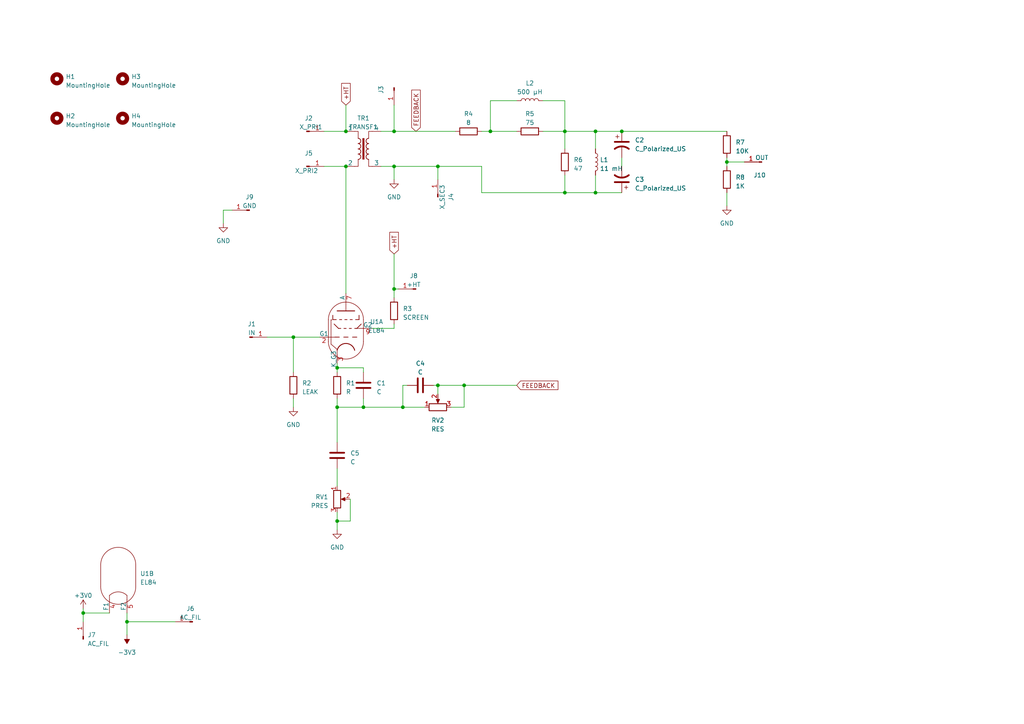
<source format=kicad_sch>
(kicad_sch (version 20230121) (generator eeschema)
  (paper "A4")
  (lib_symbols
    (symbol "Connector:Conn_01x01_Pin" (pin_names (offset 1.016) hide)
      (property "Reference" "J" (at 0 2.54 0))
      (property "Value" "Conn_01x01_Pin" (at 0 -2.54 0))
      (symbol "Conn_01x01_Pin_1_1"
        (polyline (pts (xy 1.27 0) (xy 0.8636 0)) (stroke (width 0.1524)))
        (rectangle (start 0.8636 0.127) (end 0 -0.127) (stroke (width 0.1524)) (fill (type outline)))
        (pin passive line (at 5.08 0 180) (length 3.81) (name "Pin_1") (number "1"))
      )
    )
    (symbol "Device:C" (pin_numbers hide) (pin_names (offset 0.254))
      (property "Reference" "C" (at 0.635 2.54 0))
      (property "Value" "C" (at 0.635 -2.54 0))
      (symbol "C_0_1"
        (polyline (pts (xy -2.032 -0.762) (xy 2.032 -0.762)) (stroke (width 0.508)))
        (polyline (pts (xy -2.032 0.762) (xy 2.032 0.762)) (stroke (width 0.508)))
      )
      (symbol "C_1_1"
        (pin passive line (at 0 3.81 270) (length 2.794) (name "~") (number "1"))
        (pin passive line (at 0 -3.81 90) (length 2.794) (name "~") (number "2"))
      )
    )
    (symbol "Device:C_Polarized_US" (pin_numbers hide) (pin_names (offset 0.254) hide)
      (property "Reference" "C" (at 0.635 2.54 0))
      (property "Value" "C_Polarized_US" (at 0.635 -2.54 0))
      (symbol "C_Polarized_US_0_1"
        (polyline (pts (xy -2.032 0.762) (xy 2.032 0.762)) (stroke (width 0.508)))
        (polyline (pts (xy -1.778 2.286) (xy -0.762 2.286)))
        (polyline (pts (xy -1.27 1.778) (xy -1.27 2.794)))
        (arc (start 2.032 -1.27) (mid 0 -0.5572) (end -2.032 -1.27) (stroke (width 0.508)))
      )
      (symbol "C_Polarized_US_1_1"
        (pin passive line (at 0 3.81 270) (length 2.794) (name "~") (number "1"))
        (pin passive line (at 0 -3.81 90) (length 3.302) (name "~") (number "2"))
      )
    )
    (symbol "Device:L" (pin_numbers hide) (pin_names (offset 1.016) hide)
      (property "Reference" "L" (at -1.27 0 90))
      (property "Value" "L" (at 1.905 0 90))
      (symbol "L_0_1"
        (arc (start 0 -2.54) (mid 0.6323 -1.905) (end 0 -1.27))
        (arc (start 0 -1.27) (mid 0.6323 -0.635) (end 0 0))
        (arc (start 0 0) (mid 0.6323 0.635) (end 0 1.27))
        (arc (start 0 1.27) (mid 0.6323 1.905) (end 0 2.54))
      )
      (symbol "L_1_1"
        (pin passive line (at 0 3.81 270) (length 1.27) (name "1") (number "1"))
        (pin passive line (at 0 -3.81 90) (length 1.27) (name "2") (number "2"))
      )
    )
    (symbol "Device:R" (pin_numbers hide) (pin_names (offset 0))
      (property "Reference" "R" (at 2.032 0 90))
      (property "Value" "R" (at 0 0 90))
      (symbol "R_0_1"
        (rectangle (start -1.016 -2.54) (end 1.016 2.54) (stroke (width 0.254)))
      )
      (symbol "R_1_1"
        (pin passive line (at 0 3.81 270) (length 1.27) (name "~") (number "1"))
        (pin passive line (at 0 -3.81 90) (length 1.27) (name "~") (number "2"))
      )
    )
    (symbol "Device:R_Potentiometer" (pin_names (offset 1.016) hide)
      (property "Reference" "RV" (at -4.445 0 90))
      (property "Value" "R_Potentiometer" (at -2.54 0 90))
      (symbol "R_Potentiometer_0_1"
        (polyline (pts (xy 2.54 0) (xy 1.524 0)))
        (polyline (pts (xy 1.143 0) (xy 2.286 0.508) (xy 2.286 -0.508) (xy 1.143 0)) (fill (type outline)))
        (rectangle (start 1.016 2.54) (end -1.016 -2.54) (stroke (width 0.254)))
      )
      (symbol "R_Potentiometer_1_1"
        (pin passive line (at 0 3.81 270) (length 1.27) (name "1") (number "1"))
        (pin passive line (at 3.81 0 180) (length 1.27) (name "2") (number "2"))
        (pin passive line (at 0 -3.81 90) (length 1.27) (name "3") (number "3"))
      )
    )
    (symbol "Mechanical:MountingHole" (pin_names (offset 1.016))
      (property "Reference" "H" (at 0 5.08 0))
      (property "Value" "MountingHole" (at 0 3.175 0))
      (symbol "MountingHole_0_1"
        (circle (center 0 0) (radius 1.27) (stroke (width 1.27)))
      )
    )
    (symbol "Transformer:TRANSF_DRON" (pin_numbers hide) (pin_names (offset 0))
      (property "Reference" "TR" (at 0 6.35 0))
      (property "Value" "TRANSF1" (at 0 -6.35 0))
      (symbol "TRANSF_DRON_0_1"
        (arc (start -1.524 -3.048) (mid -0.7653 -2.286) (end -1.524 -1.524) (stroke (width 0.2032)))
        (arc (start -1.524 -1.524) (mid -0.7653 -0.762) (end -1.524 0) (stroke (width 0.2032)))
        (arc (start -1.524 0) (mid -0.7653 0.762) (end -1.524 1.524) (stroke (width 0.2032)))
        (arc (start -1.524 1.524) (mid -0.7653 2.286) (end -1.524 3.048) (stroke (width 0.2032)))
        (rectangle (start -0.254 3.048) (end 0.254 -3.048) (stroke (width 0.0254)) (fill (type outline)))
        (polyline (pts (xy -2.54 5.08) (xy -1.524 5.08) (xy -1.524 3.048) (xy -1.524 3.048)) (stroke (width 0.1524)))
        (polyline (pts (xy -1.524 -3.048) (xy -1.524 -5.08) (xy -2.54 -5.08) (xy -2.54 -5.08)) (stroke (width 0.1524)))
        (polyline (pts (xy 1.524 3.048) (xy 1.524 5.08) (xy 2.54 5.08) (xy 2.54 5.08)) (stroke (width 0.1524)))
        (polyline (pts (xy 2.54 -5.08) (xy 1.524 -5.08) (xy 1.524 -3.048) (xy 1.524 -3.048)) (stroke (width 0.1524)))
        (arc (start 1.524 -1.524) (mid 0.7653 -2.286) (end 1.524 -3.048) (stroke (width 0.2032)))
        (arc (start 1.524 0) (mid 0.7653 -0.762) (end 1.524 -1.524) (stroke (width 0.2032)))
        (arc (start 1.524 1.524) (mid 0.7653 0.762) (end 1.524 0) (stroke (width 0.2032)))
        (arc (start 1.524 3.048) (mid 0.7653 2.286) (end 1.524 1.524) (stroke (width 0.2032)))
      )
      (symbol "TRANSF_DRON_1_1"
        (pin passive line (at -5.08 5.08 0) (length 2.54) (name "1") (number "1"))
        (pin passive line (at -5.08 -5.08 0) (length 2.54) (name "2") (number "2"))
        (pin passive line (at 5.08 -5.08 180) (length 2.54) (name "3") (number "3"))
        (pin passive line (at 5.08 5.08 180) (length 2.54) (name "4") (number "4"))
      )
    )
    (symbol "Valve:EL84" (pin_names (offset 0))
      (property "Reference" "U" (at 2.54 10.16 0))
      (property "Value" "EL84" (at 7.62 -7.62 0))
      (symbol "EL84_0_1"
        (arc (start -5.08 -2.54) (mid 0 -7.5979) (end 5.08 -2.54))
        (polyline (pts (xy -5.08 3.81) (xy -5.08 -2.54) (xy -5.08 -2.54)))
        (polyline (pts (xy 5.08 -2.54) (xy 5.08 3.81) (xy 5.08 3.81)))
        (arc (start 5.08 3.81) (mid 0 8.8679) (end -5.08 3.81))
      )
      (symbol "EL84_1_0"
        (polyline (pts (xy -2.54 -5.08) (xy -2.54 -7.62)))
      )
      (symbol "EL84_1_1"
        (polyline (pts (xy -5.08 -1.27) (xy -3.175 -1.27)))
        (polyline (pts (xy -4.318 -3.302) (xy -4.318 3.7338)))
        (polyline (pts (xy -4.318 -3.302) (xy -2.54 -4.826)))
        (polyline (pts (xy -4.064 3.7338) (xy -4.318 3.7338)))
        (polyline (pts (xy -3.81 3.81) (xy -2.794 3.81)) (stroke (width 0.2032)))
        (polyline (pts (xy -3.81 5.08) (xy -3.81 3.81)) (stroke (width 0.2032)))
        (polyline (pts (xy -3.429 2.54) (xy -2.159 1.27)) (stroke (width 0.2032)))
        (polyline (pts (xy -2.159 1.27) (xy -1.4732 1.27)) (stroke (width 0.2032)))
        (polyline (pts (xy -1.905 -1.27) (xy -3.175 -1.27)) (stroke (width 0.2032)))
        (polyline (pts (xy -1.8542 3.81) (xy -1.2192 3.81)) (stroke (width 0.2032)))
        (polyline (pts (xy -0.635 -1.27) (xy 0.635 -1.27)) (stroke (width 0.2032)))
        (polyline (pts (xy -0.5842 1.27) (xy 0.0762 1.27)) (stroke (width 0.2032)))
        (polyline (pts (xy -0.3302 3.81) (xy 0.3302 3.81)) (stroke (width 0.2032)))
        (polyline (pts (xy 0 6.35) (xy 0 8.89)))
        (polyline (pts (xy 0.9652 1.27) (xy 1.6002 1.27)) (stroke (width 0.2032)))
        (polyline (pts (xy 1.2192 3.81) (xy 1.8542 3.81)) (stroke (width 0.2032)))
        (polyline (pts (xy 1.905 -1.27) (xy 3.175 -1.27)) (stroke (width 0.2032)))
        (polyline (pts (xy 2.54 1.27) (xy 3.175 1.27)) (stroke (width 0.2032)))
        (polyline (pts (xy 3.175 1.27) (xy 5.08 1.27)))
        (polyline (pts (xy 3.81 3.81) (xy 2.794 3.81)) (stroke (width 0.2032)))
        (polyline (pts (xy 3.81 5.08) (xy 3.81 3.81)) (stroke (width 0.2032)))
        (polyline (pts (xy 4.445 2.54) (xy 3.175 1.27)) (stroke (width 0.2032)))
        (polyline (pts (xy -2.54 6.35) (xy 2.54 6.35) (xy 2.54 6.35)) (stroke (width 0.254)))
        (arc (start 2.54 -5.08) (mid 0 -3.0968) (end -2.54 -5.08) (stroke (width 0.254)))
        (pin input line (at -7.62 -1.27 0) (length 2.54) (name "G1") (number "2"))
        (pin bidirectional line (at -2.54 -8.89 90) (length 2.54) (name "K_G3") (number "3"))
        (pin output line (at 0 11.43 270) (length 2.54) (name "A") (number "7"))
        (pin input line (at 7.62 1.27 180) (length 2.54) (name "G2") (number "9"))
      )
      (symbol "EL84_2_1"
        (polyline (pts (xy -2.54 -5.08) (xy -2.54 -6.35) (xy -2.54 -6.35)))
        (polyline (pts (xy 2.54 -6.35) (xy 2.54 -5.08) (xy 2.54 -5.08)))
        (arc (start 2.54 -5.08) (mid 0 -4.0279) (end -2.54 -5.08))
        (pin power_in line (at -2.54 -10.16 90) (length 3.81) (name "F1") (number "4"))
        (pin power_in line (at 2.54 -10.16 90) (length 3.81) (name "F2") (number "5"))
      )
    )
    (symbol "power:+3V0" (power) (pin_names (offset 0))
      (property "Value" "+3V0" (at 0 3.556 0))
      (symbol "+3V0_0_1"
        (polyline (pts (xy -0.762 1.27) (xy 0 2.54)))
        (polyline (pts (xy 0 0) (xy 0 2.54)))
        (polyline (pts (xy 0 2.54) (xy 0.762 1.27)))
      )
      (symbol "+3V0_1_1"
        (pin power_in line (at 0 0 90) (length 0) hide (name "+3V0") (number "1"))
      )
    )
    (symbol "power:-3V3" (power) (pin_names (offset 0))
      (property "Value" "-3V3" (at 0 3.81 0))
      (symbol "-3V3_0_0"
        (pin power_in line (at 0 0 90) (length 0) hide (name "-3V3") (number "1"))
      )
      (symbol "-3V3_0_1"
        (polyline (pts (xy 0 0) (xy 0 1.27) (xy 0.762 1.27) (xy 0 2.54) (xy -0.762 1.27) (xy 0 1.27)) (fill (type outline)))
      )
    )
    (symbol "power:GND" (power) (pin_names (offset 0))
      (property "Value" "GND" (at 0 -3.81 0))
      (symbol "GND_0_1"
        (polyline (pts (xy 0 0) (xy 0 -1.27) (xy 1.27 -1.27) (xy 0 -2.54) (xy -1.27 -1.27) (xy 0 -1.27)))
      )
      (symbol "GND_1_1"
        (pin power_in line (at 0 0 270) (length 0) hide (name "GND") (number "1"))
      )
    )
  )
  (junction (at 210.82 46.99))
  (junction (at 116.84 118.11))
  (junction (at 172.72 55.88))
  (junction (at 100.33 38.1))
  (junction (at 97.79 118.11))
  (junction (at 134.62 111.76))
  (junction (at 105.41 118.11))
  (junction (at 114.3 83.82))
  (junction (at 85.09 97.79))
  (junction (at 114.3 48.26))
  (junction (at 163.83 55.88))
  (junction (at 163.83 38.1))
  (junction (at 180.34 38.1))
  (junction (at 97.79 151.13))
  (junction (at 127 111.76))
  (junction (at 127 48.26))
  (junction (at 114.3 38.1))
  (junction (at 172.72 38.1))
  (junction (at 100.33 48.26))
  (junction (at 36.83 180.34))
  (junction (at 24.13 177.8))
  (junction (at 142.24 38.1))
  (junction (at 97.79 106.68))
  (wire (pts (xy 114.3 38.1) (xy 132.08 38.1)))
  (wire (pts (xy 105.41 118.11) (xy 116.84 118.11)))
  (wire (pts (xy 180.34 45.72) (xy 180.34 48.26)))
  (wire (pts (xy 172.72 38.1) (xy 180.34 38.1)))
  (wire (pts (xy 101.6 144.78) (xy 101.6 151.13)))
  (wire (pts (xy 114.3 73.66) (xy 114.3 83.82)))
  (wire (pts (xy 24.13 177.8) (xy 24.13 176.53)))
  (wire (pts (xy 97.79 106.68) (xy 105.41 106.68)))
  (wire (pts (xy 163.83 43.18) (xy 163.83 38.1)))
  (wire (pts (xy 97.79 118.11) (xy 97.79 128.27)))
  (wire (pts (xy 24.13 177.8) (xy 24.13 180.34)))
  (wire (pts (xy 101.6 151.13) (xy 97.79 151.13)))
  (wire (pts (xy 127 111.76) (xy 134.62 111.76)))
  (wire (pts (xy 100.33 48.26) (xy 100.33 85.09)))
  (wire (pts (xy 127 48.26) (xy 127 52.07)))
  (wire (pts (xy 127 114.3) (xy 127 111.76)))
  (wire (pts (xy 139.7 48.26) (xy 127 48.26)))
  (wire (pts (xy 105.41 107.95) (xy 105.41 106.68)))
  (wire (pts (xy 77.47 97.79) (xy 85.09 97.79)))
  (wire (pts (xy 114.3 30.48) (xy 114.3 38.1)))
  (wire (pts (xy 163.83 29.21) (xy 163.83 38.1)))
  (wire (pts (xy 180.34 55.88) (xy 172.72 55.88)))
  (wire (pts (xy 85.09 115.57) (xy 85.09 118.11)))
  (wire (pts (xy 210.82 46.99) (xy 215.9 46.99)))
  (wire (pts (xy 118.11 111.76) (xy 116.84 111.76)))
  (wire (pts (xy 142.24 38.1) (xy 149.86 38.1)))
  (wire (pts (xy 36.83 180.34) (xy 36.83 184.15)))
  (wire (pts (xy 97.79 135.89) (xy 97.79 140.97)))
  (wire (pts (xy 97.79 148.59) (xy 97.79 151.13)))
  (wire (pts (xy 110.49 48.26) (xy 114.3 48.26)))
  (wire (pts (xy 97.79 151.13) (xy 97.79 153.67)))
  (wire (pts (xy 116.84 118.11) (xy 123.19 118.11)))
  (wire (pts (xy 97.79 118.11) (xy 105.41 118.11)))
  (wire (pts (xy 114.3 48.26) (xy 114.3 52.07)))
  (wire (pts (xy 210.82 45.72) (xy 210.82 46.99)))
  (wire (pts (xy 163.83 38.1) (xy 172.72 38.1)))
  (wire (pts (xy 163.83 55.88) (xy 139.7 55.88)))
  (wire (pts (xy 93.98 38.1) (xy 100.33 38.1)))
  (wire (pts (xy 116.84 111.76) (xy 116.84 118.11)))
  (wire (pts (xy 67.31 60.96) (xy 64.77 60.96)))
  (wire (pts (xy 97.79 106.68) (xy 97.79 107.95)))
  (wire (pts (xy 172.72 55.88) (xy 163.83 55.88)))
  (wire (pts (xy 114.3 83.82) (xy 115.57 83.82)))
  (wire (pts (xy 180.34 38.1) (xy 210.82 38.1)))
  (wire (pts (xy 210.82 46.99) (xy 210.82 48.26)))
  (wire (pts (xy 139.7 55.88) (xy 139.7 48.26)))
  (wire (pts (xy 64.77 60.96) (xy 64.77 64.77)))
  (wire (pts (xy 105.41 118.11) (xy 105.41 115.57)))
  (wire (pts (xy 114.3 95.25) (xy 114.3 93.98)))
  (wire (pts (xy 139.7 38.1) (xy 142.24 38.1)))
  (wire (pts (xy 142.24 29.21) (xy 142.24 38.1)))
  (wire (pts (xy 149.86 29.21) (xy 142.24 29.21)))
  (wire (pts (xy 97.79 105.41) (xy 97.79 106.68)))
  (wire (pts (xy 24.13 177.8) (xy 31.75 177.8)))
  (wire (pts (xy 92.71 97.79) (xy 85.09 97.79)))
  (wire (pts (xy 97.79 115.57) (xy 97.79 118.11)))
  (wire (pts (xy 36.83 177.8) (xy 36.83 180.34)))
  (wire (pts (xy 172.72 50.8) (xy 172.72 55.88)))
  (wire (pts (xy 134.62 111.76) (xy 134.62 118.11)))
  (wire (pts (xy 134.62 111.76) (xy 149.86 111.76)))
  (wire (pts (xy 85.09 97.79) (xy 85.09 107.95)))
  (wire (pts (xy 134.62 118.11) (xy 130.81 118.11)))
  (wire (pts (xy 157.48 29.21) (xy 163.83 29.21)))
  (wire (pts (xy 157.48 38.1) (xy 163.83 38.1)))
  (wire (pts (xy 172.72 43.18) (xy 172.72 38.1)))
  (wire (pts (xy 36.83 180.34) (xy 50.8 180.34)))
  (wire (pts (xy 100.33 30.48) (xy 100.33 38.1)))
  (wire (pts (xy 125.73 111.76) (xy 127 111.76)))
  (wire (pts (xy 114.3 48.26) (xy 127 48.26)))
  (wire (pts (xy 107.95 95.25) (xy 114.3 95.25)))
  (wire (pts (xy 114.3 83.82) (xy 114.3 86.36)))
  (wire (pts (xy 110.49 38.1) (xy 114.3 38.1)))
  (wire (pts (xy 163.83 50.8) (xy 163.83 55.88)))
  (wire (pts (xy 93.98 48.26) (xy 100.33 48.26)))
  (wire (pts (xy 210.82 55.88) (xy 210.82 59.69)))
  (global_label "+HT" (shape input) (at 114.3 73.66 90) (property "Intersheetrefs" "${INTERSHEET_REFS}" (effects hide)))
  (global_label "FEEDBACK" (shape input) (at 149.86 111.76 0) (property "Intersheetrefs" "${INTERSHEET_REFS}" (effects hide)))
  (global_label "FEEDBACK" (shape input) (at 120.65 38.1 90) (property "Intersheetrefs" "${INTERSHEET_REFS}" (effects hide)))
  (global_label "+HT" (shape input) (at 100.33 30.48 90) (property "Intersheetrefs" "${INTERSHEET_REFS}" (effects hide)))
  (symbol (lib_id "Device:R") (at 97.79 111.76 0) (unit 1)
    (property "Reference" "R1" (at 100.33 111.125 0) (effects (justify left)))
    (property "Value" "R" (at 100.33 113.665 0) (effects (justify left)))
    (property "Footprint" "Resistor_THT:R_Axial_DIN0309_L9.0mm_D3.2mm_P15.24mm_Horizontal" (effects hide))
  )
  (symbol (lib_id "power:+3V0") (at 24.13 176.53 0) (unit 1)
    (property "Reference" "#PWR03" (effects hide))
    (property "Value" "+3V0" (at 24.13 172.72 0))
  )
  (symbol (lib_id "Device:R_Potentiometer") (at 97.79 144.78 0) (unit 1)
    (property "Reference" "RV1" (at 95.25 144.145 0) (effects (justify right)))
    (property "Value" "PRES" (at 95.25 146.685 0) (effects (justify right)))
    (property "Footprint" "Potentiometer_THT:Potentiometer_Pads_Only" (effects hide))
  )
  (symbol (lib_id "Connector:Conn_01x01_Pin") (at 72.39 97.79 0) (unit 1)
    (property "Reference" "J1" (at 73.025 93.98 0))
    (property "Value" "IN" (at 73.025 96.52 0))
    (property "Footprint" "Connector_Wire:SolderWire-0.75sqmm_1x01_D1.25mm_OD3.5mm" (effects hide))
  )
  (symbol (lib_id "Valve:EL84") (at 100.33 96.52 0) (unit 1)
    (property "Reference" "U1" (at 109.22 93.3197 0))
    (property "Value" "EL84" (at 109.22 95.8597 0))
    (property "Footprint" "Valve:Valve_EL84" (effects hide))
    (property "Datasheet" "http://www.r-type.org/pdfs/el84.pdf" (effects hide))
  )
  (symbol (lib_id "Device:L") (at 153.67 29.21 90) (unit 1)
    (property "Reference" "L2" (at 153.67 24.13 90))
    (property "Value" "500 µH" (at 153.67 26.67 90))
    (property "Footprint" "Inductor_THT:L_Axial_L26.0mm_D9.0mm_P30.48mm_Horizontal_Fastron_77A" (effects hide))
  )
  (symbol (lib_id "power:GND") (at 210.82 59.69 0) (unit 1)
    (property "Reference" "#PWR06" (effects hide))
    (property "Value" "GND" (at 210.82 64.77 0))
  )
  (symbol (lib_id "Device:C_Polarized_US") (at 180.34 41.91 0) (unit 1)
    (property "Reference" "C2" (at 184.15 40.64 0) (effects (justify left)))
    (property "Value" "C_Polarized_US" (at 184.15 43.18 0) (effects (justify left)))
    (property "Footprint" "Capacitor_THT:CP_Radial_D14.0mm_P7.50mm" (effects hide))
  )
  (symbol (lib_id "Mechanical:MountingHole") (at 16.51 34.29 0) (unit 1)
    (property "Reference" "H2" (at 19.05 33.655 0) (effects (justify left)))
    (property "Value" "MountingHole" (at 19.05 36.195 0) (effects (justify left)))
    (property "Footprint" "MountingHole:MountingHole_3.2mm_M3" (effects hide))
  )
  (symbol (lib_id "Connector:Conn_01x01_Pin") (at 88.9 48.26 0) (unit 1)
    (property "Reference" "J5" (at 89.535 44.45 0))
    (property "Value" "X_PRI2" (at 88.9 49.53 0))
    (property "Footprint" "Connector_Wire:SolderWire-0.75sqmm_1x01_D1.25mm_OD3.5mm" (effects hide))
  )
  (symbol (lib_id "Device:C_Polarized_US") (at 180.34 52.07 180) (unit 1)
    (property "Reference" "C3" (at 184.15 52.07 0) (effects (justify right)))
    (property "Value" "C_Polarized_US" (at 184.15 54.61 0) (effects (justify right)))
    (property "Footprint" "Capacitor_THT:CP_Radial_D14.0mm_P7.50mm" (effects hide))
  )
  (symbol (lib_id "Connector:Conn_01x01_Pin") (at 220.98 46.99 180) (unit 1)
    (property "Reference" "J10" (at 220.345 50.8 0))
    (property "Value" "OUT" (at 220.98 45.72 0))
    (property "Footprint" "Connector_Wire:SolderWire-0.75sqmm_1x01_D1.25mm_OD3.5mm" (effects hide))
  )
  (symbol (lib_id "Mechanical:MountingHole") (at 35.56 34.29 0) (unit 1)
    (property "Reference" "H4" (at 38.1 33.655 0) (effects (justify left)))
    (property "Value" "MountingHole" (at 38.1 36.195 0) (effects (justify left)))
    (property "Footprint" "MountingHole:MountingHole_3.2mm_M3" (effects hide))
  )
  (symbol (lib_id "Device:C") (at 121.92 111.76 270) (unit 1)
    (property "Reference" "C4" (at 121.92 105.41 90))
    (property "Value" "C" (at 121.92 107.95 90))
    (property "Footprint" "Capacitor_THT:C_Rect_L7.2mm_W3.0mm_P5.00mm_FKS2_FKP2_MKS2_MKP2" (effects hide))
  )
  (symbol (lib_id "Device:R") (at 85.09 111.76 0) (unit 1)
    (property "Reference" "R2" (at 87.63 111.125 0) (effects (justify left)))
    (property "Value" "LEAK" (at 87.63 113.665 0) (effects (justify left)))
    (property "Footprint" "Resistor_THT:R_Axial_DIN0309_L9.0mm_D3.2mm_P15.24mm_Horizontal" (effects hide))
  )
  (symbol (lib_id "Mechanical:MountingHole") (at 16.51 22.86 0) (unit 1)
    (property "Reference" "H1" (at 19.05 22.225 0) (effects (justify left)))
    (property "Value" "MountingHole" (at 19.05 24.765 0) (effects (justify left)))
    (property "Footprint" "MountingHole:MountingHole_3.2mm_M3" (effects hide))
  )
  (symbol (lib_id "Device:C") (at 105.41 111.76 0) (unit 1)
    (property "Reference" "C1" (at 109.22 111.125 0) (effects (justify left)))
    (property "Value" "C" (at 109.22 113.665 0) (effects (justify left)))
    (property "Footprint" "Capacitor_THT:CP_Radial_D5.0mm_P2.50mm" (effects hide))
  )
  (symbol (lib_id "power:GND") (at 97.79 153.67 0) (unit 1)
    (property "Reference" "#PWR07" (effects hide))
    (property "Value" "GND" (at 97.79 158.75 0))
  )
  (symbol (lib_id "Device:R") (at 210.82 41.91 0) (unit 1)
    (property "Reference" "R7" (at 213.36 41.275 0) (effects (justify left)))
    (property "Value" "10K" (at 213.36 43.815 0) (effects (justify left)))
    (property "Footprint" "Resistor_THT:R_Axial_DIN0207_L6.3mm_D2.5mm_P10.16mm_Horizontal" (effects hide))
  )
  (symbol (lib_id "Device:R_Potentiometer") (at 127 118.11 90) (unit 1)
    (property "Reference" "RV2" (at 127 121.92 90))
    (property "Value" "RES" (at 127 124.46 90))
    (property "Footprint" "Potentiometer_THT:Potentiometer_Pads_Only" (effects hide))
  )
  (symbol (lib_id "Device:R") (at 135.89 38.1 90) (unit 1)
    (property "Reference" "R4" (at 135.89 33.02 90))
    (property "Value" "8" (at 135.89 35.56 90))
    (property "Footprint" "Resistor_THT:R_Axial_Power_L20.0mm_W6.4mm_P25.40mm" (effects hide))
  )
  (symbol (lib_id "Connector:Conn_01x01_Pin") (at 24.13 185.42 90) (unit 1)
    (property "Reference" "J7" (at 25.4 184.15 90) (effects (justify right)))
    (property "Value" "AC_FIL" (at 25.4 186.69 90) (effects (justify right)))
    (property "Footprint" "Connector_Wire:SolderWire-0.75sqmm_1x01_D1.25mm_OD3.5mm" (effects hide))
  )
  (symbol (lib_id "power:-3V3") (at 36.83 184.15 180) (unit 1)
    (property "Reference" "#PWR04" (effects hide))
    (property "Value" "-3V3" (at 36.83 189.23 0))
  )
  (symbol (lib_id "Device:L") (at 172.72 46.99 0) (unit 1)
    (property "Reference" "L1" (at 173.99 46.355 0) (effects (justify left)))
    (property "Value" "11 mH" (at 173.99 48.895 0) (effects (justify left)))
    (property "Footprint" "Inductor_THT:L_Toroid_Horizontal_D25.4mm_P22.90mm_Vishay_TJ5_BigPads" (effects hide))
  )
  (symbol (lib_id "power:GND") (at 114.3 52.07 0) (unit 1)
    (property "Reference" "#PWR01" (effects hide))
    (property "Value" "GND" (at 114.3 57.15 0))
  )
  (symbol (lib_id "Connector:Conn_01x01_Pin") (at 114.3 25.4 270) (unit 1)
    (property "Reference" "J3" (at 110.49 26.035 0))
    (property "Value" "X_SEC4" (effects hide))
    (property "Footprint" "Connector_Wire:SolderWire-0.75sqmm_1x01_D1.25mm_OD3.5mm" (effects hide))
  )
  (symbol (lib_id "Transformer:TRANSF_DRON") (at 105.41 43.18 0) (unit 1) (on_board no)
    (property "Reference" "TR1" (at 105.41 34.29 0))
    (property "Value" "TRANSF1" (at 105.41 36.83 0))
    (property "Footprint" "Transformer_THT:Transformer_DRON" (effects hide))
  )
  (symbol (lib_id "Connector:Conn_01x01_Pin") (at 88.9 38.1 0) (unit 1)
    (property "Reference" "J2" (at 89.535 34.29 0))
    (property "Value" "X_PRI1" (at 90.17 36.83 0))
    (property "Footprint" "Connector_Wire:SolderWire-0.75sqmm_1x01_D1.25mm_OD3.5mm" (effects hide))
  )
  (symbol (lib_id "Device:R") (at 163.83 46.99 180) (unit 1)
    (property "Reference" "R6" (at 166.37 46.355 0) (effects (justify right)))
    (property "Value" "47" (at 166.37 48.895 0) (effects (justify right)))
    (property "Footprint" "Resistor_THT:R_Axial_Power_L20.0mm_W6.4mm_P25.40mm" (effects hide))
  )
  (symbol (lib_id "Connector:Conn_01x01_Pin") (at 55.88 180.34 180) (unit 1)
    (property "Reference" "J6" (at 55.245 176.53 0))
    (property "Value" "AC_FIL" (at 55.245 179.07 0))
    (property "Footprint" "Connector_Wire:SolderWire-0.75sqmm_1x01_D1.25mm_OD3.5mm" (effects hide))
  )
  (symbol (lib_id "Device:R") (at 210.82 52.07 0) (unit 1)
    (property "Reference" "R8" (at 213.36 51.435 0) (effects (justify left)))
    (property "Value" "1K" (at 213.36 53.975 0) (effects (justify left)))
    (property "Footprint" "Resistor_THT:R_Axial_DIN0207_L6.3mm_D2.5mm_P10.16mm_Horizontal" (effects hide))
  )
  (symbol (lib_id "power:GND") (at 64.77 64.77 0) (unit 1)
    (property "Reference" "#PWR05" (effects hide))
    (property "Value" "GND" (at 64.77 69.85 0))
  )
  (symbol (lib_id "Device:R") (at 114.3 90.17 0) (unit 1)
    (property "Reference" "R3" (at 116.84 89.535 0) (effects (justify left)))
    (property "Value" "SCREEN" (at 116.84 92.075 0) (effects (justify left)))
    (property "Footprint" "Resistor_THT:R_Axial_DIN0309_L9.0mm_D3.2mm_P15.24mm_Horizontal" (effects hide))
  )
  (symbol (lib_id "Device:R") (at 153.67 38.1 90) (unit 1)
    (property "Reference" "R5" (at 153.67 33.02 90))
    (property "Value" "75" (at 153.67 35.56 90))
    (property "Footprint" "Resistor_THT:R_Axial_Power_L20.0mm_W6.4mm_P25.40mm" (effects hide))
  )
  (symbol (lib_id "Connector:Conn_01x01_Pin") (at 72.39 60.96 180) (unit 1)
    (property "Reference" "J9" (at 72.39 57.15 0))
    (property "Value" "GND" (at 72.39 59.69 0))
    (property "Footprint" "Connector_Wire:SolderWire-0.75sqmm_1x01_D1.25mm_OD3.5mm" (effects hide))
  )
  (symbol (lib_id "Mechanical:MountingHole") (at 35.56 22.86 0) (unit 1)
    (property "Reference" "H3" (at 38.1 22.225 0) (effects (justify left)))
    (property "Value" "MountingHole" (at 38.1 24.765 0) (effects (justify left)))
    (property "Footprint" "MountingHole:MountingHole_3.2mm_M3" (effects hide))
  )
  (symbol (lib_id "Valve:EL84") (at 34.29 167.64 0) (unit 2)
    (property "Reference" "U1" (at 40.64 166.37 0) (effects (justify left)))
    (property "Value" "EL84" (at 40.64 168.91 0) (effects (justify left)))
    (property "Footprint" "Valve:Valve_EL84" (effects hide))
    (property "Datasheet" "http://www.r-type.org/pdfs/el84.pdf" (effects hide))
  )
  (symbol (lib_id "Connector:Conn_01x01_Pin") (at 120.65 83.82 180) (unit 1)
    (property "Reference" "J8" (at 120.015 80.01 0))
    (property "Value" "+HT" (at 120.015 82.55 0))
    (property "Footprint" "Connector_Wire:SolderWire-0.75sqmm_1x01_D1.25mm_OD3.5mm" (effects hide))
  )
  (symbol (lib_id "Device:C") (at 97.79 132.08 0) (unit 1)
    (property "Reference" "C5" (at 101.6 131.445 0) (effects (justify left)))
    (property "Value" "C" (at 101.6 133.985 0) (effects (justify left)))
    (property "Footprint" "Capacitor_THT:C_Rect_L7.2mm_W3.0mm_P5.00mm_FKS2_FKP2_MKS2_MKP2" (effects hide))
  )
  (symbol (lib_id "power:GND") (at 85.09 118.11 0) (unit 1)
    (property "Reference" "#PWR02" (effects hide))
    (property "Value" "GND" (at 85.09 123.19 0))
  )
  (symbol (lib_id "Connector:Conn_01x01_Pin") (at 127 57.15 90) (unit 1)
    (property "Reference" "J4" (at 130.81 57.15 0))
    (property "Value" "X_SEC3" (at 128.27 57.15 0))
    (property "Footprint" "Connector_Wire:SolderWire-0.75sqmm_1x01_D1.25mm_OD3.5mm" (effects hide))
  )
)
</source>
